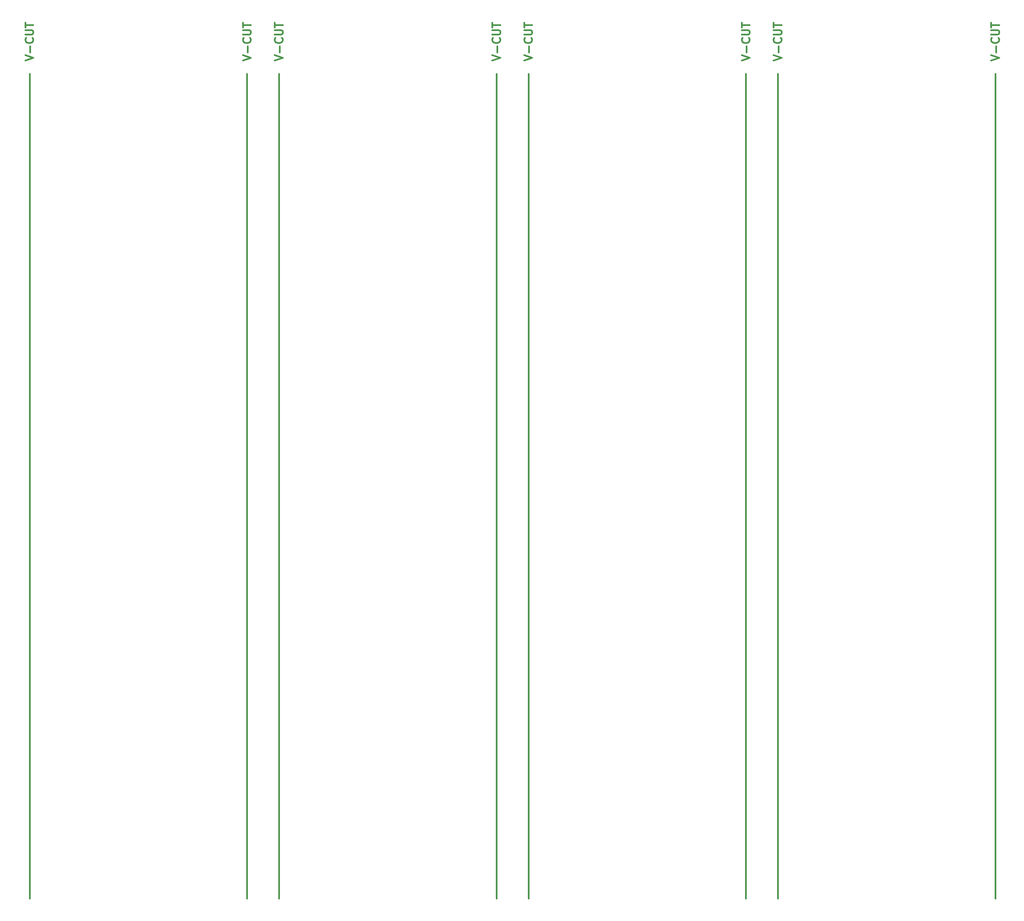
<source format=gbr>
%TF.GenerationSoftware,KiCad,Pcbnew,7.0.6+dfsg-1*%
%TF.CreationDate,2023-08-24T18:37:54+02:00*%
%TF.ProjectId,USB_panel,5553425f-7061-46e6-956c-2e6b69636164,V1.1*%
%TF.SameCoordinates,Original*%
%TF.FileFunction,Other,Comment*%
%FSLAX46Y46*%
G04 Gerber Fmt 4.6, Leading zero omitted, Abs format (unit mm)*
G04 Created by KiCad (PCBNEW 7.0.6+dfsg-1) date 2023-08-24 18:37:54*
%MOMM*%
%LPD*%
G01*
G04 APERTURE LIST*
%ADD10C,0.400000*%
G04 APERTURE END LIST*
D10*
X153818200Y-31315000D02*
X153818200Y-238255000D01*
X216418200Y-31315000D02*
X216418200Y-238255000D01*
X145818200Y-31315000D02*
X145818200Y-238255000D01*
X28598200Y-31315000D02*
X28598200Y-238255000D01*
X208418200Y-31315000D02*
X208418200Y-238255000D01*
X91198200Y-31315000D02*
X91198200Y-238255000D01*
X83198200Y-31315000D02*
X83198200Y-238255000D01*
X271038200Y-31315000D02*
X271038200Y-238255000D01*
X269942638Y-27861366D02*
X271942638Y-27194700D01*
X271942638Y-27194700D02*
X269942638Y-26528033D01*
X271180733Y-25861366D02*
X271180733Y-24337557D01*
X271752161Y-22242319D02*
X271847400Y-22337557D01*
X271847400Y-22337557D02*
X271942638Y-22623271D01*
X271942638Y-22623271D02*
X271942638Y-22813747D01*
X271942638Y-22813747D02*
X271847400Y-23099462D01*
X271847400Y-23099462D02*
X271656923Y-23289938D01*
X271656923Y-23289938D02*
X271466447Y-23385176D01*
X271466447Y-23385176D02*
X271085495Y-23480414D01*
X271085495Y-23480414D02*
X270799780Y-23480414D01*
X270799780Y-23480414D02*
X270418828Y-23385176D01*
X270418828Y-23385176D02*
X270228352Y-23289938D01*
X270228352Y-23289938D02*
X270037876Y-23099462D01*
X270037876Y-23099462D02*
X269942638Y-22813747D01*
X269942638Y-22813747D02*
X269942638Y-22623271D01*
X269942638Y-22623271D02*
X270037876Y-22337557D01*
X270037876Y-22337557D02*
X270133114Y-22242319D01*
X269942638Y-21385176D02*
X271561685Y-21385176D01*
X271561685Y-21385176D02*
X271752161Y-21289938D01*
X271752161Y-21289938D02*
X271847400Y-21194700D01*
X271847400Y-21194700D02*
X271942638Y-21004224D01*
X271942638Y-21004224D02*
X271942638Y-20623271D01*
X271942638Y-20623271D02*
X271847400Y-20432795D01*
X271847400Y-20432795D02*
X271752161Y-20337557D01*
X271752161Y-20337557D02*
X271561685Y-20242319D01*
X271561685Y-20242319D02*
X269942638Y-20242319D01*
X269942638Y-19575652D02*
X269942638Y-18432795D01*
X271942638Y-19004224D02*
X269942638Y-19004224D01*
X82102638Y-27861366D02*
X84102638Y-27194700D01*
X84102638Y-27194700D02*
X82102638Y-26528033D01*
X83340733Y-25861366D02*
X83340733Y-24337557D01*
X83912161Y-22242319D02*
X84007400Y-22337557D01*
X84007400Y-22337557D02*
X84102638Y-22623271D01*
X84102638Y-22623271D02*
X84102638Y-22813747D01*
X84102638Y-22813747D02*
X84007400Y-23099462D01*
X84007400Y-23099462D02*
X83816923Y-23289938D01*
X83816923Y-23289938D02*
X83626447Y-23385176D01*
X83626447Y-23385176D02*
X83245495Y-23480414D01*
X83245495Y-23480414D02*
X82959780Y-23480414D01*
X82959780Y-23480414D02*
X82578828Y-23385176D01*
X82578828Y-23385176D02*
X82388352Y-23289938D01*
X82388352Y-23289938D02*
X82197876Y-23099462D01*
X82197876Y-23099462D02*
X82102638Y-22813747D01*
X82102638Y-22813747D02*
X82102638Y-22623271D01*
X82102638Y-22623271D02*
X82197876Y-22337557D01*
X82197876Y-22337557D02*
X82293114Y-22242319D01*
X82102638Y-21385176D02*
X83721685Y-21385176D01*
X83721685Y-21385176D02*
X83912161Y-21289938D01*
X83912161Y-21289938D02*
X84007400Y-21194700D01*
X84007400Y-21194700D02*
X84102638Y-21004224D01*
X84102638Y-21004224D02*
X84102638Y-20623271D01*
X84102638Y-20623271D02*
X84007400Y-20432795D01*
X84007400Y-20432795D02*
X83912161Y-20337557D01*
X83912161Y-20337557D02*
X83721685Y-20242319D01*
X83721685Y-20242319D02*
X82102638Y-20242319D01*
X82102638Y-19575652D02*
X82102638Y-18432795D01*
X84102638Y-19004224D02*
X82102638Y-19004224D01*
X152722638Y-27861366D02*
X154722638Y-27194700D01*
X154722638Y-27194700D02*
X152722638Y-26528033D01*
X153960733Y-25861366D02*
X153960733Y-24337557D01*
X154532161Y-22242319D02*
X154627400Y-22337557D01*
X154627400Y-22337557D02*
X154722638Y-22623271D01*
X154722638Y-22623271D02*
X154722638Y-22813747D01*
X154722638Y-22813747D02*
X154627400Y-23099462D01*
X154627400Y-23099462D02*
X154436923Y-23289938D01*
X154436923Y-23289938D02*
X154246447Y-23385176D01*
X154246447Y-23385176D02*
X153865495Y-23480414D01*
X153865495Y-23480414D02*
X153579780Y-23480414D01*
X153579780Y-23480414D02*
X153198828Y-23385176D01*
X153198828Y-23385176D02*
X153008352Y-23289938D01*
X153008352Y-23289938D02*
X152817876Y-23099462D01*
X152817876Y-23099462D02*
X152722638Y-22813747D01*
X152722638Y-22813747D02*
X152722638Y-22623271D01*
X152722638Y-22623271D02*
X152817876Y-22337557D01*
X152817876Y-22337557D02*
X152913114Y-22242319D01*
X152722638Y-21385176D02*
X154341685Y-21385176D01*
X154341685Y-21385176D02*
X154532161Y-21289938D01*
X154532161Y-21289938D02*
X154627400Y-21194700D01*
X154627400Y-21194700D02*
X154722638Y-21004224D01*
X154722638Y-21004224D02*
X154722638Y-20623271D01*
X154722638Y-20623271D02*
X154627400Y-20432795D01*
X154627400Y-20432795D02*
X154532161Y-20337557D01*
X154532161Y-20337557D02*
X154341685Y-20242319D01*
X154341685Y-20242319D02*
X152722638Y-20242319D01*
X152722638Y-19575652D02*
X152722638Y-18432795D01*
X154722638Y-19004224D02*
X152722638Y-19004224D01*
X27502638Y-27861366D02*
X29502638Y-27194700D01*
X29502638Y-27194700D02*
X27502638Y-26528033D01*
X28740733Y-25861366D02*
X28740733Y-24337557D01*
X29312161Y-22242319D02*
X29407400Y-22337557D01*
X29407400Y-22337557D02*
X29502638Y-22623271D01*
X29502638Y-22623271D02*
X29502638Y-22813747D01*
X29502638Y-22813747D02*
X29407400Y-23099462D01*
X29407400Y-23099462D02*
X29216923Y-23289938D01*
X29216923Y-23289938D02*
X29026447Y-23385176D01*
X29026447Y-23385176D02*
X28645495Y-23480414D01*
X28645495Y-23480414D02*
X28359780Y-23480414D01*
X28359780Y-23480414D02*
X27978828Y-23385176D01*
X27978828Y-23385176D02*
X27788352Y-23289938D01*
X27788352Y-23289938D02*
X27597876Y-23099462D01*
X27597876Y-23099462D02*
X27502638Y-22813747D01*
X27502638Y-22813747D02*
X27502638Y-22623271D01*
X27502638Y-22623271D02*
X27597876Y-22337557D01*
X27597876Y-22337557D02*
X27693114Y-22242319D01*
X27502638Y-21385176D02*
X29121685Y-21385176D01*
X29121685Y-21385176D02*
X29312161Y-21289938D01*
X29312161Y-21289938D02*
X29407400Y-21194700D01*
X29407400Y-21194700D02*
X29502638Y-21004224D01*
X29502638Y-21004224D02*
X29502638Y-20623271D01*
X29502638Y-20623271D02*
X29407400Y-20432795D01*
X29407400Y-20432795D02*
X29312161Y-20337557D01*
X29312161Y-20337557D02*
X29121685Y-20242319D01*
X29121685Y-20242319D02*
X27502638Y-20242319D01*
X27502638Y-19575652D02*
X27502638Y-18432795D01*
X29502638Y-19004224D02*
X27502638Y-19004224D01*
X90102638Y-27861366D02*
X92102638Y-27194700D01*
X92102638Y-27194700D02*
X90102638Y-26528033D01*
X91340733Y-25861366D02*
X91340733Y-24337557D01*
X91912161Y-22242319D02*
X92007400Y-22337557D01*
X92007400Y-22337557D02*
X92102638Y-22623271D01*
X92102638Y-22623271D02*
X92102638Y-22813747D01*
X92102638Y-22813747D02*
X92007400Y-23099462D01*
X92007400Y-23099462D02*
X91816923Y-23289938D01*
X91816923Y-23289938D02*
X91626447Y-23385176D01*
X91626447Y-23385176D02*
X91245495Y-23480414D01*
X91245495Y-23480414D02*
X90959780Y-23480414D01*
X90959780Y-23480414D02*
X90578828Y-23385176D01*
X90578828Y-23385176D02*
X90388352Y-23289938D01*
X90388352Y-23289938D02*
X90197876Y-23099462D01*
X90197876Y-23099462D02*
X90102638Y-22813747D01*
X90102638Y-22813747D02*
X90102638Y-22623271D01*
X90102638Y-22623271D02*
X90197876Y-22337557D01*
X90197876Y-22337557D02*
X90293114Y-22242319D01*
X90102638Y-21385176D02*
X91721685Y-21385176D01*
X91721685Y-21385176D02*
X91912161Y-21289938D01*
X91912161Y-21289938D02*
X92007400Y-21194700D01*
X92007400Y-21194700D02*
X92102638Y-21004224D01*
X92102638Y-21004224D02*
X92102638Y-20623271D01*
X92102638Y-20623271D02*
X92007400Y-20432795D01*
X92007400Y-20432795D02*
X91912161Y-20337557D01*
X91912161Y-20337557D02*
X91721685Y-20242319D01*
X91721685Y-20242319D02*
X90102638Y-20242319D01*
X90102638Y-19575652D02*
X90102638Y-18432795D01*
X92102638Y-19004224D02*
X90102638Y-19004224D01*
X215322638Y-27861366D02*
X217322638Y-27194700D01*
X217322638Y-27194700D02*
X215322638Y-26528033D01*
X216560733Y-25861366D02*
X216560733Y-24337557D01*
X217132161Y-22242319D02*
X217227400Y-22337557D01*
X217227400Y-22337557D02*
X217322638Y-22623271D01*
X217322638Y-22623271D02*
X217322638Y-22813747D01*
X217322638Y-22813747D02*
X217227400Y-23099462D01*
X217227400Y-23099462D02*
X217036923Y-23289938D01*
X217036923Y-23289938D02*
X216846447Y-23385176D01*
X216846447Y-23385176D02*
X216465495Y-23480414D01*
X216465495Y-23480414D02*
X216179780Y-23480414D01*
X216179780Y-23480414D02*
X215798828Y-23385176D01*
X215798828Y-23385176D02*
X215608352Y-23289938D01*
X215608352Y-23289938D02*
X215417876Y-23099462D01*
X215417876Y-23099462D02*
X215322638Y-22813747D01*
X215322638Y-22813747D02*
X215322638Y-22623271D01*
X215322638Y-22623271D02*
X215417876Y-22337557D01*
X215417876Y-22337557D02*
X215513114Y-22242319D01*
X215322638Y-21385176D02*
X216941685Y-21385176D01*
X216941685Y-21385176D02*
X217132161Y-21289938D01*
X217132161Y-21289938D02*
X217227400Y-21194700D01*
X217227400Y-21194700D02*
X217322638Y-21004224D01*
X217322638Y-21004224D02*
X217322638Y-20623271D01*
X217322638Y-20623271D02*
X217227400Y-20432795D01*
X217227400Y-20432795D02*
X217132161Y-20337557D01*
X217132161Y-20337557D02*
X216941685Y-20242319D01*
X216941685Y-20242319D02*
X215322638Y-20242319D01*
X215322638Y-19575652D02*
X215322638Y-18432795D01*
X217322638Y-19004224D02*
X215322638Y-19004224D01*
X144722638Y-27861366D02*
X146722638Y-27194700D01*
X146722638Y-27194700D02*
X144722638Y-26528033D01*
X145960733Y-25861366D02*
X145960733Y-24337557D01*
X146532161Y-22242319D02*
X146627400Y-22337557D01*
X146627400Y-22337557D02*
X146722638Y-22623271D01*
X146722638Y-22623271D02*
X146722638Y-22813747D01*
X146722638Y-22813747D02*
X146627400Y-23099462D01*
X146627400Y-23099462D02*
X146436923Y-23289938D01*
X146436923Y-23289938D02*
X146246447Y-23385176D01*
X146246447Y-23385176D02*
X145865495Y-23480414D01*
X145865495Y-23480414D02*
X145579780Y-23480414D01*
X145579780Y-23480414D02*
X145198828Y-23385176D01*
X145198828Y-23385176D02*
X145008352Y-23289938D01*
X145008352Y-23289938D02*
X144817876Y-23099462D01*
X144817876Y-23099462D02*
X144722638Y-22813747D01*
X144722638Y-22813747D02*
X144722638Y-22623271D01*
X144722638Y-22623271D02*
X144817876Y-22337557D01*
X144817876Y-22337557D02*
X144913114Y-22242319D01*
X144722638Y-21385176D02*
X146341685Y-21385176D01*
X146341685Y-21385176D02*
X146532161Y-21289938D01*
X146532161Y-21289938D02*
X146627400Y-21194700D01*
X146627400Y-21194700D02*
X146722638Y-21004224D01*
X146722638Y-21004224D02*
X146722638Y-20623271D01*
X146722638Y-20623271D02*
X146627400Y-20432795D01*
X146627400Y-20432795D02*
X146532161Y-20337557D01*
X146532161Y-20337557D02*
X146341685Y-20242319D01*
X146341685Y-20242319D02*
X144722638Y-20242319D01*
X144722638Y-19575652D02*
X144722638Y-18432795D01*
X146722638Y-19004224D02*
X144722638Y-19004224D01*
X207322638Y-27861366D02*
X209322638Y-27194700D01*
X209322638Y-27194700D02*
X207322638Y-26528033D01*
X208560733Y-25861366D02*
X208560733Y-24337557D01*
X209132161Y-22242319D02*
X209227400Y-22337557D01*
X209227400Y-22337557D02*
X209322638Y-22623271D01*
X209322638Y-22623271D02*
X209322638Y-22813747D01*
X209322638Y-22813747D02*
X209227400Y-23099462D01*
X209227400Y-23099462D02*
X209036923Y-23289938D01*
X209036923Y-23289938D02*
X208846447Y-23385176D01*
X208846447Y-23385176D02*
X208465495Y-23480414D01*
X208465495Y-23480414D02*
X208179780Y-23480414D01*
X208179780Y-23480414D02*
X207798828Y-23385176D01*
X207798828Y-23385176D02*
X207608352Y-23289938D01*
X207608352Y-23289938D02*
X207417876Y-23099462D01*
X207417876Y-23099462D02*
X207322638Y-22813747D01*
X207322638Y-22813747D02*
X207322638Y-22623271D01*
X207322638Y-22623271D02*
X207417876Y-22337557D01*
X207417876Y-22337557D02*
X207513114Y-22242319D01*
X207322638Y-21385176D02*
X208941685Y-21385176D01*
X208941685Y-21385176D02*
X209132161Y-21289938D01*
X209132161Y-21289938D02*
X209227400Y-21194700D01*
X209227400Y-21194700D02*
X209322638Y-21004224D01*
X209322638Y-21004224D02*
X209322638Y-20623271D01*
X209322638Y-20623271D02*
X209227400Y-20432795D01*
X209227400Y-20432795D02*
X209132161Y-20337557D01*
X209132161Y-20337557D02*
X208941685Y-20242319D01*
X208941685Y-20242319D02*
X207322638Y-20242319D01*
X207322638Y-19575652D02*
X207322638Y-18432795D01*
X209322638Y-19004224D02*
X207322638Y-19004224D01*
M02*

</source>
